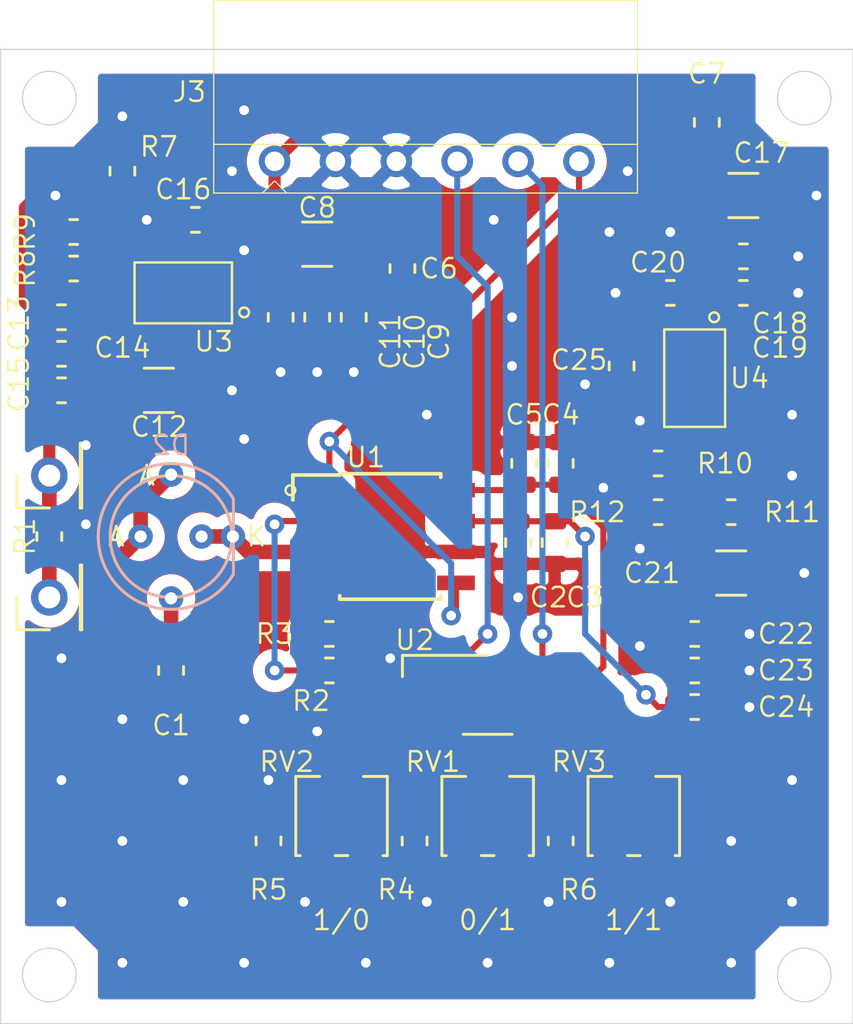
<source format=kicad_pcb>
(kicad_pcb (version 20171130) (host pcbnew "(5.1.4)-1")
  (layers (0 F.Cu signal) (31 B.Cu signal) (34 B.Paste user) (35 F.Paste user) (36 B.SilkS user) (37 F.SilkS user) (38 B.Mask user) (39 F.Mask user) (44 Edge.Cuts user))
  (net 0 "")
  (net 1 GND)
  (net 2 CI)
  (net 3 VIN)
  (net 4 V_LED)
  (net 5 5V)
  (net 6 LED_K)
  (net 7 SEL_0)
  (net 8 SEL_1)
  (net 9 EN)
  (net 10 "Net-(R2-Pad2)")
  (net 11 "Net-(R7-Pad2)")
  (net 12 "#1")
  (net 13 "#2")
  (net 14 "#3")
  (net 15 "Net-(D1-Pad2)")
  (net 16 "Net-(C1-Pad2)")
  (net 17 "Net-(R3-Pad2)")
  (net 18 "Net-(R4-Pad1)")
  (net 19 "Net-(R5-Pad1)")
  (net 20 "Net-(R6-Pad1)")
  (net 21 "Net-(R10-Pad2)")
  (net 22 "Net-(U3-Pad2)")
  (net 23 "Net-(U4-Pad2)")
  (net 24 "Net-(C16-Pad1)")
  (net 25 "Net-(C25-Pad1)")
  (net 26 "Net-(R8-Pad1)")
  (net 27 "Net-(R11-Pad1)")
  (module Capacitor_SMD:C_0603_1608Metric (layer F.Cu) (at 130.5 110)
    (fp_text reference C19 (at 1.5 2.25) (layer F.SilkS) (effects (font (size 0.8 0.8) (thickness 0.1))))
    (fp_text value C)
    (pad 2 smd roundrect (at 0.875 0) (size 0.67 0.95) (layers F.Cu F.Paste F.Mask) (net 1 GND))
    (pad 1 smd roundrect (at -0.875 0) (size 0.67 0.95) (layers F.Cu F.Paste F.Mask) (net 3 VIN))
  )
  (module Package_SOIC:SOIC-8-1EP_3.9x4.9mm_P1.27mm (layer F.Cu) (at 116 120)
    (fp_text reference U1 (at -1 -3.25) (layer F.SilkS) (effects (font (size 0.8 0.8) (thickness 0.1))))
    (fp_text value iC_HK_B)
    (pad 9 smd rect (at -0.5875 -0.5875) (size 1.175 1.175) (layers F.Cu F.Paste F.Mask) (net 1 GND))
    (pad 9 smd rect (at -0.5875 0.5875) (size 1.175 1.175) (layers F.Cu F.Paste F.Mask) (net 1 GND))
    (pad 9 smd rect (at 0.5875 -0.5875) (size 1.175 1.175) (layers F.Cu F.Paste F.Mask) (net 1 GND))
    (pad 9 smd rect (at 0.5875 0.5875) (size 1.175 1.175) (layers F.Cu F.Paste F.Mask) (net 1 GND))
    (pad 8 smd rect (at 2.7 -1.905) (size 1.55 0.6) (layers F.Cu F.Paste F.Mask) (net 2 CI))
    (pad 7 smd rect (at 2.7 -0.635) (size 1.55 0.6) (layers F.Cu F.Paste F.Mask) (net 5 5V))
    (pad 6 smd rect (at 2.7 0.635) (size 1.55 0.6) (layers F.Cu F.Paste F.Mask) (net 1 GND))
    (pad 5 smd rect (at 2.7 1.905) (size 1.55 0.6) (layers F.Cu F.Paste F.Mask) (net 9 EN))
    (pad 4 smd rect (at -2.7 1.905) (size 1.55 0.6) (layers F.Cu F.Paste F.Mask) (net 17 "Net-(R3-Pad2)"))
    (pad 3 smd rect (at -2.7 0.635) (size 1.55 0.6) (layers F.Cu F.Paste F.Mask) (net 6 LED_K))
    (pad 2 smd rect (at -2.7 -0.635) (size 1.55 0.6) (layers F.Cu F.Paste F.Mask) (net 10 "Net-(R2-Pad2)"))
    (pad 1 smd rect (at -2.7 -1.905) (size 1.55 0.6) (layers F.Cu F.Paste F.Mask) (net 9 EN))
  )
  (module Pin_Headers:Pin_Header_Straight_1x01_Pitch2.54mm (layer F.Cu) (at 102 117.5 90)
    (fp_text reference J1 hide)
    (fp_text value Conn_01x01)
    (pad 1 thru_hole circle (at 0 0 90) (size 1.5 1.5) (drill 0.9) (layers *.Cu *.Mask) (net 4 V_LED))
  )
  (module LED_THT:LED_D5.0mm (layer B.Cu) (at 107 120 180)
    (fp_text reference D1 hide)
    (fp_text value LED_PAD)
    (pad 3 thru_hole circle (at 0 -2.54 180) (size 1 1) (drill 0.5) (layers *.Cu *.Mask) (net 16 "Net-(C1-Pad2)"))
    (pad 2 thru_hole circle (at 0 2.54 180) (size 1 1) (drill 0.5) (layers *.Cu *.Mask) (net 15 "Net-(D1-Pad2)"))
    (pad 1 thru_hole circle (at -2.54 0 180) (size 1 1) (drill 0.5) (layers *.Cu *.Mask) (net 6 LED_K))
  )
  (module Resistor_SMD:R_0603_1608Metric (layer F.Cu) (at 123 132.5 90)
    (fp_text reference R6 (at -2 0.75 180) (layer F.SilkS) (effects (font (size 0.8 0.8) (thickness 0.1))))
    (fp_text value R)
    (pad 2 smd roundrect (at 0.7875 0 90) (size 0.875 0.95) (layers F.Cu F.Paste F.Mask) (net 5 5V))
    (pad 1 smd roundrect (at -0.7875 0 90) (size 0.875 0.95) (layers F.Cu F.Paste F.Mask) (net 20 "Net-(R6-Pad1)"))
  )
  (module Wiki:ST-32A (layer F.Cu) (at 120 131.500002 270)
    (fp_text reference RV1 (at -2.250002 2.25 180) (layer F.SilkS) (effects (font (size 0.8 0.8) (thickness 0.1))))
    (fp_text value R_POT_TRIM)
    (pad 3 smd rect (at 1.6 1 270) (size 1.2 1.2) (layers F.Cu F.Paste F.Mask) (net 18 "Net-(R4-Pad1)"))
    (pad 2 smd rect (at -1.65 0 270) (size 1.5 1.6) (layers F.Cu F.Paste F.Mask) (net 12 "#1"))
    (pad 1 smd rect (at 1.6 -1 270) (size 1.2 1.2) (layers F.Cu F.Paste F.Mask) (net 1 GND))
  )
  (module Package_SSOP:VSSOP-10_3.0x3.0mm_P0.5mm (layer F.Cu) (at 120 126.5)
    (fp_text reference U2 (at -3 -2.25 180) (layer F.SilkS) (effects (font (size 0.8 0.8) (thickness 0.1))))
    (fp_text value TMUX1204)
    (pad 1 smd rect (at -2.2 -1 270) (size 0.3 1.45) (layers F.Cu F.Paste F.Mask) (net 7 SEL_0))
    (pad 2 smd rect (at -2.2 -0.5 270) (size 0.3 1.45) (layers F.Cu F.Paste F.Mask) (net 1 GND))
    (pad 3 smd rect (at -2.2 0 270) (size 0.3 1.45) (layers F.Cu F.Paste F.Mask) (net 1 GND))
    (pad 4 smd rect (at -2.2 0.5 270) (size 0.3 1.45) (layers F.Cu F.Paste F.Mask) (net 13 "#2"))
    (pad 7 smd rect (at 2.2 0.5 270) (size 0.3 1.45) (layers F.Cu F.Paste F.Mask) (net 14 "#3"))
    (pad 8 smd rect (at 2.2 0 270) (size 0.3 1.45) (layers F.Cu F.Paste F.Mask) (net 2 CI))
    (pad 9 smd rect (at 2.2 -0.5 270) (size 0.3 1.45) (layers F.Cu F.Paste F.Mask) (net 12 "#1"))
    (pad 10 smd rect (at 2.2 -1 270) (size 0.3 1.45) (layers F.Cu F.Paste F.Mask) (net 8 SEL_1))
    (pad 5 smd rect (at -2.2 1 270) (size 0.3 1.45) (layers F.Cu F.Paste F.Mask) (net 5 5V))
    (pad 6 smd rect (at 2.2 1 270) (size 0.3 1.45) (layers F.Cu F.Paste F.Mask) (net 5 5V))
  )
  (module LED_THT:LED_D5.0mm (layer B.Cu) (at 107 120 180)
    (fp_text reference D2 (at 0 3.75 180) (layer B.SilkS) (effects (font (size 0.8 0.8) (thickness 0.1)) (justify mirror)))
    (fp_text value LED)
    (pad 1 thru_hole circle (at -1.25 0 180) (size 1 1) (drill 0.5) (layers *.Cu *.Mask) (net 6 LED_K))
    (pad 2 thru_hole circle (at 1.25 0 180) (size 1 1) (drill 0.5) (layers *.Cu *.Mask) (net 15 "Net-(D1-Pad2)"))
  )
  (module Capacitor_SMD:C_0603_1608Metric (layer F.Cu) (at 123 117 90)
    (fp_text reference C4 (at 2 0 180) (layer F.SilkS) (effects (font (size 0.8 0.8) (thickness 0.1))))
    (fp_text value C)
    (pad 2 smd roundrect (at 0.875 0 90) (size 0.67 0.95) (layers F.Cu F.Paste F.Mask) (net 1 GND))
    (pad 1 smd roundrect (at -0.875 0 90) (size 0.67 0.95) (layers F.Cu F.Paste F.Mask) (net 2 CI))
  )
  (module Capacitor_SMD:C_0603_1608Metric (layer F.Cu) (at 121.5 117 90)
    (fp_text reference C5 (at 2 0 180) (layer F.SilkS) (effects (font (size 0.8 0.8) (thickness 0.1))))
    (fp_text value C)
    (pad 2 smd roundrect (at 0.875 0 90) (size 0.67 0.95) (layers F.Cu F.Paste F.Mask) (net 1 GND))
    (pad 1 smd roundrect (at -0.875 0 90) (size 0.67 0.95) (layers F.Cu F.Paste F.Mask) (net 2 CI))
  )
  (module Pin_Headers:Pin_Header_Straight_1x01_Pitch2.54mm (layer F.Cu) (at 102 122.5 90)
    (fp_text reference J2 hide)
    (fp_text value Conn_01x01)
    (pad 1 thru_hole circle (at 0 0 90) (size 1.5 1.5) (drill 0.9) (layers *.Cu *.Mask) (net 15 "Net-(D1-Pad2)"))
  )
  (module Resistor_SMD:R_0603_1608Metric (layer F.Cu) (at 117 132.5 90)
    (fp_text reference R4 (at -2 -0.75 180) (layer F.SilkS) (effects (font (size 0.8 0.8) (thickness 0.1))))
    (fp_text value R)
    (pad 1 smd roundrect (at -0.7875 0 90) (size 0.875 0.95) (layers F.Cu F.Paste F.Mask) (net 18 "Net-(R4-Pad1)"))
    (pad 2 smd roundrect (at 0.7875 0 90) (size 0.875 0.95) (layers F.Cu F.Paste F.Mask) (net 5 5V))
  )
  (module Resistor_SMD:R_0603_1608Metric (layer F.Cu) (at 113.5 125.5 180)
    (fp_text reference R2 (at 0.75 -1.25) (layer F.SilkS) (effects (font (size 0.8 0.8) (thickness 0.1))))
    (fp_text value R)
    (pad 2 smd roundrect (at 0.7875 0 180) (size 0.875 0.95) (layers F.Cu F.Paste F.Mask) (net 10 "Net-(R2-Pad2)"))
    (pad 1 smd roundrect (at -0.7875 0 180) (size 0.875 0.95) (layers F.Cu F.Paste F.Mask) (net 1 GND))
  )
  (module Resistor_SMD:R_0603_1608Metric (layer F.Cu) (at 113.5 124 180)
    (fp_text reference R3 (at 2.25 0) (layer F.SilkS) (effects (font (size 0.8 0.8) (thickness 0.1))))
    (fp_text value R)
    (pad 1 smd roundrect (at -0.7875 0 180) (size 0.875 0.95) (layers F.Cu F.Paste F.Mask) (net 1 GND))
    (pad 2 smd roundrect (at 0.7875 0 180) (size 0.875 0.95) (layers F.Cu F.Paste F.Mask) (net 17 "Net-(R3-Pad2)"))
  )
  (module Resistor_SMD:R_0603_1608Metric (layer F.Cu) (at 111 132.5 90)
    (fp_text reference R5 (at -2 0 180) (layer F.SilkS) (effects (font (size 0.8 0.8) (thickness 0.1))))
    (fp_text value R)
    (pad 2 smd roundrect (at 0.7875 0 90) (size 0.875 0.95) (layers F.Cu F.Paste F.Mask) (net 5 5V))
    (pad 1 smd roundrect (at -0.7875 0 90) (size 0.875 0.95) (layers F.Cu F.Paste F.Mask) (net 19 "Net-(R5-Pad1)"))
  )
  (module Wiki:ST-32A (layer F.Cu) (at 114 131.500001 270)
    (fp_text reference RV2 (at -2.250001 2.25 180) (layer F.SilkS) (effects (font (size 0.8 0.8) (thickness 0.1))))
    (fp_text value R_POT_TRIM)
    (pad 1 smd rect (at 1.6 -1 270) (size 1.2 1.2) (layers F.Cu F.Paste F.Mask) (net 1 GND))
    (pad 2 smd rect (at -1.65 0 270) (size 1.5 1.6) (layers F.Cu F.Paste F.Mask) (net 13 "#2"))
    (pad 3 smd rect (at 1.6 1 270) (size 1.2 1.2) (layers F.Cu F.Paste F.Mask) (net 19 "Net-(R5-Pad1)"))
  )
  (module Wiki:ST-32A (layer F.Cu) (at 126 131.499999 270)
    (fp_text reference RV3 (at -2.249999 2.25 180) (layer F.SilkS) (effects (font (size 0.8 0.8) (thickness 0.1))))
    (fp_text value R_POT_TRIM)
    (pad 1 smd rect (at 1.6 -1 270) (size 1.2 1.2) (layers F.Cu F.Paste F.Mask) (net 1 GND))
    (pad 2 smd rect (at -1.65 0 270) (size 1.5 1.6) (layers F.Cu F.Paste F.Mask) (net 14 "#3"))
    (pad 3 smd rect (at 1.6 1 270) (size 1.2 1.2) (layers F.Cu F.Paste F.Mask) (net 20 "Net-(R6-Pad1)"))
  )
  (module Resistor_SMD:R_0603_1608Metric (layer F.Cu) (at 102 120 90)
    (fp_text reference R1 (at 0 -1 90) (layer F.SilkS) (effects (font (size 0.8 0.8) (thickness 0.1))))
    (fp_text value R)
    (pad 1 smd roundrect (at -0.7875 0 90) (size 0.875 0.95) (layers F.Cu F.Paste F.Mask) (net 15 "Net-(D1-Pad2)"))
    (pad 2 smd roundrect (at 0.7875 0 90) (size 0.875 0.95) (layers F.Cu F.Paste F.Mask) (net 4 V_LED))
  )
  (module Capacitor_SMD:C_0603_1608Metric (layer F.Cu) (at 121.25 120.25 270)
    (fp_text reference C2 (at 2.25 -1.25 180) (layer F.SilkS) (effects (font (size 0.8 0.8) (thickness 0.1))))
    (fp_text value C)
    (pad 1 smd roundrect (at -0.875 0 270) (size 0.67 0.95) (layers F.Cu F.Paste F.Mask) (net 5 5V))
    (pad 2 smd roundrect (at 0.875 0 270) (size 0.67 0.95) (layers F.Cu F.Paste F.Mask) (net 1 GND))
  )
  (module Capacitor_SMD:C_0603_1608Metric (layer F.Cu) (at 122.75 120.25 270)
    (fp_text reference C3 (at 2.25 -1.25 180) (layer F.SilkS) (effects (font (size 0.8 0.8) (thickness 0.1))))
    (fp_text value C)
    (pad 2 smd roundrect (at 0.875 0 270) (size 0.67 0.95) (layers F.Cu F.Paste F.Mask) (net 1 GND))
    (pad 1 smd roundrect (at -0.875 0 270) (size 0.67 0.95) (layers F.Cu F.Paste F.Mask) (net 5 5V))
  )
  (module Capacitor_SMD:C_0603_1608Metric (layer F.Cu) (at 107 125.5 90)
    (fp_text reference C1 (at -2.25 0 180) (layer F.SilkS) (effects (font (size 0.8 0.8) (thickness 0.1))))
    (fp_text value C)
    (pad 2 smd roundrect (at 0.875 0 90) (size 0.67 0.95) (layers F.Cu F.Paste F.Mask) (net 16 "Net-(C1-Pad2)"))
    (pad 1 smd roundrect (at -0.875 0 90) (size 0.67 0.95) (layers F.Cu F.Paste F.Mask) (net 1 GND))
  )
  (module Wiki:5268-06A (layer F.Cu) (at 111.25 104.6)
    (fp_text reference J3 (at -3.5 -2.85) (layer F.SilkS) (effects (font (size 0.8 0.8) (thickness 0.1))))
    (fp_text value Conn_01x06)
    (pad 6 thru_hole circle (at 12.5 0) (size 1.3 1.3) (drill 0.8) (layers *.Cu *.Mask) (net 9 EN))
    (pad 5 thru_hole circle (at 10 0) (size 1.3 1.3) (drill 0.8) (layers *.Cu *.Mask) (net 8 SEL_1))
    (pad 4 thru_hole circle (at 7.5 0) (size 1.3 1.3) (drill 0.8) (layers *.Cu *.Mask) (net 7 SEL_0))
    (pad 3 thru_hole circle (at 5 0) (size 1.3 1.3) (drill 0.8) (layers *.Cu *.Mask) (net 1 GND))
    (pad 2 thru_hole circle (at 2.5 0) (size 1.3 1.3) (drill 0.8) (layers *.Cu *.Mask) (net 1 GND))
    (pad 1 thru_hole circle (at 0 0) (size 1.3 1.3) (drill 0.8) (layers *.Cu *.Mask) (net 3 VIN))
  )
  (module Capacitor_SMD:C_1206_3216Metric (layer F.Cu) (at 113 108)
    (fp_text reference C8 (at 0 -1.5) (layer F.SilkS) (effects (font (size 0.8 0.8) (thickness 0.1))))
    (fp_text value 10u)
    (pad 1 smd roundrect (at -1.4 0) (size 1.25 1.75) (layers F.Cu F.Paste F.Mask) (roundrect_rratio 0.2) (net 3 VIN))
    (pad 2 smd roundrect (at 1.4 0) (size 1.25 1.75) (layers F.Cu F.Paste F.Mask) (roundrect_rratio 0.2) (net 1 GND))
  )
  (module Capacitor_SMD:C_0603_1608Metric (layer F.Cu) (at 114.5 111 270)
    (fp_text reference C9 (at 1 -3.5 90) (layer F.SilkS) (effects (font (size 0.8 0.8) (thickness 0.1))))
    (fp_text value 1u)
    (pad 1 smd roundrect (at -0.875 0 270) (size 0.67 0.95) (layers F.Cu F.Paste F.Mask) (net 3 VIN))
    (pad 2 smd roundrect (at 0.875 0 270) (size 0.67 0.95) (layers F.Cu F.Paste F.Mask) (net 1 GND))
  )
  (module Capacitor_SMD:C_0603_1608Metric (layer F.Cu) (at 113 111 270)
    (fp_text reference C10 (at 1 -4 90) (layer F.SilkS) (effects (font (size 0.8 0.8) (thickness 0.1))))
    (fp_text value C)
    (pad 1 smd roundrect (at -0.875 0 270) (size 0.67 0.95) (layers F.Cu F.Paste F.Mask) (net 3 VIN))
    (pad 2 smd roundrect (at 0.875 0 270) (size 0.67 0.95) (layers F.Cu F.Paste F.Mask) (net 1 GND))
  )
  (module Capacitor_SMD:C_0603_1608Metric (layer F.Cu) (at 111.5 111 270)
    (fp_text reference C11 (at 1 -4.5 90) (layer F.SilkS) (effects (font (size 0.8 0.8) (thickness 0.1))))
    (fp_text value C)
    (pad 2 smd roundrect (at 0.875 0 270) (size 0.67 0.95) (layers F.Cu F.Paste F.Mask) (net 1 GND))
    (pad 1 smd roundrect (at -0.875 0 270) (size 0.67 0.95) (layers F.Cu F.Paste F.Mask) (net 3 VIN))
  )
  (module Capacitor_SMD:C_1206_3216Metric (layer F.Cu) (at 106.5 114)
    (fp_text reference C12 (at 0 1.5) (layer F.SilkS) (effects (font (size 0.8 0.8) (thickness 0.1))))
    (fp_text value 10u)
    (pad 1 smd roundrect (at -1.4 0) (size 1.25 1.75) (layers F.Cu F.Paste F.Mask) (roundrect_rratio 0.2) (net 4 V_LED))
    (pad 2 smd roundrect (at 1.4 0) (size 1.25 1.75) (layers F.Cu F.Paste F.Mask) (roundrect_rratio 0.2) (net 1 GND))
  )
  (module Capacitor_SMD:C_0603_1608Metric (layer F.Cu) (at 102.5 111 180)
    (fp_text reference C13 (at 1.75 -0.25 90) (layer F.SilkS) (effects (font (size 0.8 0.8) (thickness 0.1))))
    (fp_text value 1u)
    (pad 1 smd roundrect (at -0.875 0 180) (size 0.67 0.95) (layers F.Cu F.Paste F.Mask) (net 4 V_LED))
    (pad 2 smd roundrect (at 0.875 0 180) (size 0.67 0.95) (layers F.Cu F.Paste F.Mask) (net 1 GND))
  )
  (module Capacitor_SMD:C_0603_1608Metric (layer F.Cu) (at 102.5 112.5 180)
    (fp_text reference C14 (at -2.5 0.25) (layer F.SilkS) (effects (font (size 0.8 0.8) (thickness 0.1))))
    (fp_text value C)
    (pad 2 smd roundrect (at 0.875 0 180) (size 0.67 0.95) (layers F.Cu F.Paste F.Mask) (net 1 GND))
    (pad 1 smd roundrect (at -0.875 0 180) (size 0.67 0.95) (layers F.Cu F.Paste F.Mask) (net 4 V_LED))
  )
  (module Capacitor_SMD:C_0603_1608Metric (layer F.Cu) (at 102.5 114 180)
    (fp_text reference C15 (at 1.75 0.25 270) (layer F.SilkS) (effects (font (size 0.8 0.8) (thickness 0.1))))
    (fp_text value C)
    (pad 2 smd roundrect (at 0.875 0 180) (size 0.67 0.95) (layers F.Cu F.Paste F.Mask) (net 1 GND))
    (pad 1 smd roundrect (at -0.875 0 180) (size 0.67 0.95) (layers F.Cu F.Paste F.Mask) (net 4 V_LED))
  )
  (module Capacitor_SMD:C_0603_1608Metric (layer F.Cu) (at 108 107 180)
    (fp_text reference C16 (at 0.5 1.25) (layer F.SilkS) (effects (font (size 0.8 0.8) (thickness 0.1))))
    (fp_text value C)
    (pad 1 smd roundrect (at -0.875 0 180) (size 0.67 0.95) (layers F.Cu F.Paste F.Mask) (net 24 "Net-(C16-Pad1)"))
    (pad 2 smd roundrect (at 0.875 0 180) (size 0.67 0.95) (layers F.Cu F.Paste F.Mask) (net 1 GND))
  )
  (module Capacitor_SMD:C_1206_3216Metric (layer F.Cu) (at 130.5 106)
    (fp_text reference C17 (at 0.75 -1.75) (layer F.SilkS) (effects (font (size 0.8 0.8) (thickness 0.1))))
    (fp_text value 10u)
    (pad 1 smd roundrect (at -1.4 0) (size 1.25 1.75) (layers F.Cu F.Paste F.Mask) (roundrect_rratio 0.2) (net 3 VIN))
    (pad 2 smd roundrect (at 1.4 0) (size 1.25 1.75) (layers F.Cu F.Paste F.Mask) (roundrect_rratio 0.2) (net 1 GND))
  )
  (module Capacitor_SMD:C_0603_1608Metric (layer F.Cu) (at 130.5 108.5)
    (fp_text reference C18 (at 1.5 2.75) (layer F.SilkS) (effects (font (size 0.8 0.8) (thickness 0.1))))
    (fp_text value 1u)
    (pad 2 smd roundrect (at 0.875 0) (size 0.67 0.95) (layers F.Cu F.Paste F.Mask) (net 1 GND))
    (pad 1 smd roundrect (at -0.875 0) (size 0.67 0.95) (layers F.Cu F.Paste F.Mask) (net 3 VIN))
  )
  (module Capacitor_SMD:C_0603_1608Metric (layer F.Cu) (at 127.5 110 180)
    (fp_text reference C20 (at 0.5 1.25) (layer F.SilkS) (effects (font (size 0.8 0.8) (thickness 0.1))))
    (fp_text value C)
    (pad 1 smd roundrect (at -0.875 0 180) (size 0.67 0.95) (layers F.Cu F.Paste F.Mask) (net 3 VIN))
    (pad 2 smd roundrect (at 0.875 0 180) (size 0.67 0.95) (layers F.Cu F.Paste F.Mask) (net 1 GND))
  )
  (module Capacitor_SMD:C_1206_3216Metric (layer F.Cu) (at 130 121.5)
    (fp_text reference C21 (at -3.25 0) (layer F.SilkS) (effects (font (size 0.8 0.8) (thickness 0.1))))
    (fp_text value 10u)
    (pad 2 smd roundrect (at 1.4 0) (size 1.25 1.75) (layers F.Cu F.Paste F.Mask) (roundrect_rratio 0.2) (net 1 GND))
    (pad 1 smd roundrect (at -1.4 0) (size 1.25 1.75) (layers F.Cu F.Paste F.Mask) (roundrect_rratio 0.2) (net 5 5V))
  )
  (module Capacitor_SMD:C_0603_1608Metric (layer F.Cu) (at 128.5 124)
    (fp_text reference C22 (at 3.75 0) (layer F.SilkS) (effects (font (size 0.8 0.8) (thickness 0.1))))
    (fp_text value 1u)
    (pad 2 smd roundrect (at 0.875 0) (size 0.67 0.95) (layers F.Cu F.Paste F.Mask) (net 1 GND))
    (pad 1 smd roundrect (at -0.875 0) (size 0.67 0.95) (layers F.Cu F.Paste F.Mask) (net 5 5V))
  )
  (module Capacitor_SMD:C_0603_1608Metric (layer F.Cu) (at 128.5 125.5)
    (fp_text reference C23 (at 3.75 0) (layer F.SilkS) (effects (font (size 0.8 0.8) (thickness 0.1))))
    (fp_text value C)
    (pad 1 smd roundrect (at -0.875 0) (size 0.67 0.95) (layers F.Cu F.Paste F.Mask) (net 5 5V))
    (pad 2 smd roundrect (at 0.875 0) (size 0.67 0.95) (layers F.Cu F.Paste F.Mask) (net 1 GND))
  )
  (module Capacitor_SMD:C_0603_1608Metric (layer F.Cu) (at 128.5 127)
    (fp_text reference C24 (at 3.75 0) (layer F.SilkS) (effects (font (size 0.8 0.8) (thickness 0.1))))
    (fp_text value C)
    (pad 1 smd roundrect (at -0.875 0) (size 0.67 0.95) (layers F.Cu F.Paste F.Mask) (net 5 5V))
    (pad 2 smd roundrect (at 0.875 0) (size 0.67 0.95) (layers F.Cu F.Paste F.Mask) (net 1 GND))
  )
  (module Capacitor_SMD:C_0603_1608Metric (layer F.Cu) (at 125.5 113 270)
    (fp_text reference C25 (at -0.25 1.75 180) (layer F.SilkS) (effects (font (size 0.8 0.8) (thickness 0.1))))
    (fp_text value C)
    (pad 2 smd roundrect (at 0.875 0 270) (size 0.67 0.95) (layers F.Cu F.Paste F.Mask) (net 1 GND))
    (pad 1 smd roundrect (at -0.875 0 270) (size 0.67 0.95) (layers F.Cu F.Paste F.Mask) (net 25 "Net-(C25-Pad1)"))
  )
  (module Resistor_SMD:R_0603_1608Metric (layer F.Cu) (at 105 105 270)
    (fp_text reference R7 (at -1 -1.5 180) (layer F.SilkS) (effects (font (size 0.8 0.8) (thickness 0.1))))
    (fp_text value R)
    (pad 1 smd roundrect (at -0.7875 0 270) (size 0.875 0.95) (layers F.Cu F.Paste F.Mask) (net 1 GND))
    (pad 2 smd roundrect (at 0.7875 0 270) (size 0.875 0.95) (layers F.Cu F.Paste F.Mask) (net 11 "Net-(R7-Pad2)"))
  )
  (module Resistor_SMD:R_0603_1608Metric (layer F.Cu) (at 103 109 180)
    (fp_text reference R8 (at 2 0 90) (layer F.SilkS) (effects (font (size 0.8 0.8) (thickness 0.1))))
    (fp_text value R)
    (pad 2 smd roundrect (at 0.7875 0 180) (size 0.875 0.95) (layers F.Cu F.Paste F.Mask) (net 4 V_LED))
    (pad 1 smd roundrect (at -0.7875 0 180) (size 0.875 0.95) (layers F.Cu F.Paste F.Mask) (net 26 "Net-(R8-Pad1)"))
  )
  (module Resistor_SMD:R_0603_1608Metric (layer F.Cu) (at 103 107.5)
    (fp_text reference R9 (at -2 0 90) (layer F.SilkS) (effects (font (size 0.8 0.8) (thickness 0.1))))
    (fp_text value R)
    (pad 1 smd roundrect (at -0.7875 0) (size 0.875 0.95) (layers F.Cu F.Paste F.Mask) (net 1 GND))
    (pad 2 smd roundrect (at 0.7875 0) (size 0.875 0.95) (layers F.Cu F.Paste F.Mask) (net 26 "Net-(R8-Pad1)"))
  )
  (module Resistor_SMD:R_0603_1608Metric (layer F.Cu) (at 127 117)
    (fp_text reference R10 (at 2.75 0) (layer F.SilkS) (effects (font (size 0.8 0.8) (thickness 0.1))))
    (fp_text value R)
    (pad 1 smd roundrect (at -0.7875 0) (size 0.875 0.95) (layers F.Cu F.Paste F.Mask) (net 1 GND))
    (pad 2 smd roundrect (at 0.7875 0) (size 0.875 0.95) (layers F.Cu F.Paste F.Mask) (net 21 "Net-(R10-Pad2)"))
  )
  (module Resistor_SMD:R_0603_1608Metric (layer F.Cu) (at 130 119)
    (fp_text reference R11 (at 2.5 0) (layer F.SilkS) (effects (font (size 0.8 0.8) (thickness 0.1))))
    (fp_text value R)
    (pad 2 smd roundrect (at 0.7875 0) (size 0.875 0.95) (layers F.Cu F.Paste F.Mask) (net 5 5V))
    (pad 1 smd roundrect (at -0.7875 0) (size 0.875 0.95) (layers F.Cu F.Paste F.Mask) (net 27 "Net-(R11-Pad1)"))
  )
  (module Resistor_SMD:R_0603_1608Metric (layer F.Cu) (at 127 119)
    (fp_text reference R12 (at -2.5 0) (layer F.SilkS) (effects (font (size 0.8 0.8) (thickness 0.1))))
    (fp_text value R)
    (pad 2 smd roundrect (at 0.7875 0) (size 0.875 0.95) (layers F.Cu F.Paste F.Mask) (net 27 "Net-(R11-Pad1)"))
    (pad 1 smd roundrect (at -0.7875 0) (size 0.875 0.95) (layers F.Cu F.Paste F.Mask) (net 1 GND))
  )
  (module "Wiki:TDFN-8(ON semi)" (layer F.Cu) (at 107.5 110 180)
    (fp_text reference U3 (at -1.25 -2) (layer F.SilkS) (effects (font (size 0.8 0.8) (thickness 0.1))))
    (fp_text value CAT6201)
    (pad 1 smd rect (at -1.36 -0.78 180) (size 0.68 0.3) (layers F.Cu F.Paste F.Mask) (net 3 VIN))
    (pad 2 smd rect (at -1.36 -0.28 180) (size 0.68 0.3) (layers F.Cu F.Paste F.Mask) (net 22 "Net-(U3-Pad2)"))
    (pad 3 smd rect (at -1.36 0.22 180) (size 0.68 0.3) (layers F.Cu F.Paste F.Mask) (net 3 VIN))
    (pad 4 smd rect (at -1.36 0.72 180) (size 0.68 0.3) (layers F.Cu F.Paste F.Mask) (net 24 "Net-(C16-Pad1)"))
    (pad 5 smd rect (at 1.36 0.72 180) (size 0.68 0.3) (layers F.Cu F.Paste F.Mask) (net 1 GND))
    (pad 6 smd rect (at 1.36 0.22 180) (size 0.68 0.3) (layers F.Cu F.Paste F.Mask) (net 11 "Net-(R7-Pad2)"))
    (pad 7 smd rect (at 1.36 -0.28 180) (size 0.68 0.3) (layers F.Cu F.Paste F.Mask) (net 26 "Net-(R8-Pad1)"))
    (pad 8 smd rect (at 1.36 -0.78 180) (size 0.68 0.3) (layers F.Cu F.Paste F.Mask) (net 4 V_LED))
    (pad 9 smd rect (at 0 0 180) (size 1.45 1.56) (layers F.Cu F.Paste F.Mask) (net 1 GND))
  )
  (module "Wiki:TDFN-8(ON semi)" (layer F.Cu) (at 128.5 113.5 270)
    (fp_text reference U4 (at 0 -2.25 180) (layer F.SilkS) (effects (font (size 0.8 0.8) (thickness 0.1))))
    (fp_text value CAT6201)
    (pad 9 smd rect (at 0 0 270) (size 1.45 1.56) (layers F.Cu F.Paste F.Mask) (net 1 GND))
    (pad 8 smd rect (at 1.36 -0.78 270) (size 0.68 0.3) (layers F.Cu F.Paste F.Mask) (net 5 5V))
    (pad 7 smd rect (at 1.36 -0.28 270) (size 0.68 0.3) (layers F.Cu F.Paste F.Mask) (net 27 "Net-(R11-Pad1)"))
    (pad 6 smd rect (at 1.36 0.22 270) (size 0.68 0.3) (layers F.Cu F.Paste F.Mask) (net 21 "Net-(R10-Pad2)"))
    (pad 5 smd rect (at 1.36 0.72 270) (size 0.68 0.3) (layers F.Cu F.Paste F.Mask) (net 1 GND))
    (pad 4 smd rect (at -1.36 0.72 270) (size 0.68 0.3) (layers F.Cu F.Paste F.Mask) (net 25 "Net-(C25-Pad1)"))
    (pad 3 smd rect (at -1.36 0.22 270) (size 0.68 0.3) (layers F.Cu F.Paste F.Mask) (net 3 VIN))
    (pad 2 smd rect (at -1.36 -0.28 270) (size 0.68 0.3) (layers F.Cu F.Paste F.Mask) (net 23 "Net-(U4-Pad2)"))
    (pad 1 smd rect (at -1.36 -0.78 270) (size 0.68 0.3) (layers F.Cu F.Paste F.Mask) (net 3 VIN))
  )
  (module Capacitor_SMD:C_0603_1608Metric (layer F.Cu) (at 116.5 109 270)
    (fp_text reference C6 (at 0 -1.5 180) (layer F.SilkS) (effects (font (size 0.8 0.8) (thickness 0.1))))
    (fp_text value C)
    (pad 2 smd roundrect (at 0.875 0 270) (size 0.67 0.95) (layers F.Cu F.Paste F.Mask) (net 3 VIN))
    (pad 1 smd roundrect (at -0.875 0 270) (size 0.67 0.95) (layers F.Cu F.Paste F.Mask) (net 1 GND))
  )
  (module Capacitor_SMD:C_0603_1608Metric (layer F.Cu) (at 129 103 270)
    (fp_text reference C7 (at -2 0 180) (layer F.SilkS) (effects (font (size 0.8 0.8) (thickness 0.1))))
    (fp_text value C)
    (pad 1 smd roundrect (at -0.875 0 270) (size 0.67 0.95) (layers F.Cu F.Paste F.Mask) (net 1 GND))
    (pad 2 smd roundrect (at 0.875 0 270) (size 0.67 0.95) (layers F.Cu F.Paste F.Mask) (net 3 VIN))
  )
  (gr_text 1/1 (at 126 135.75) (layer F.SilkS) (effects (font (size 0.8 0.8) (thickness 0.1))))
  (gr_text 0/1 (at 120 135.75) (layer F.SilkS) (effects (font (size 0.8 0.8) (thickness 0.1))))
  (gr_text 1/0 (at 114 135.75) (layer F.SilkS) (effects (font (size 0.8 0.8) (thickness 0.1))))
  (gr_text A (at 106 117.5) (layer F.SilkS) (effects (font (size 0.8 0.8) (thickness 0.1))))
  (gr_text A (at 104.75 120) (layer F.SilkS) (effects (font (size 0.8 0.8) (thickness 0.1))))
  (gr_text K (at 110.5 120) (layer F.SilkS) (effects (font (size 0.8 0.8) (thickness 0.1))))
  (gr_circle (center 102 138) (end 103.1 138) (layer Edge.Cuts) (width 0.05))
  (gr_circle (center 133 138) (end 134.1 138) (layer Edge.Cuts) (width 0.05))
  (gr_circle (center 133 102) (end 134.1 102) (layer Edge.Cuts) (width 0.05))
  (gr_circle (center 102 102) (end 103.1 102) (layer Edge.Cuts) (width 0.05))
  (gr_line (start 100 140) (end 100 100) (layer Edge.Cuts) (width 0.05))
  (gr_line (start 135 140) (end 100 140) (layer Edge.Cuts) (width 0.05))
  (gr_line (start 135 100) (end 135 140) (layer Edge.Cuts) (width 0.05))
  (gr_line (start 100 100) (end 135 100) (layer Edge.Cuts) (width 0.05))
  (segment (start 115.2875 126.5) (end 114.2875 125.5) (width 0.25) (layer F.Cu) (net 1))
  (segment (start 117.8 126.5) (end 115.2875 126.5) (width 0.25) (layer F.Cu) (net 1))
  (via (at 102.5 135) (size 0.8) (drill 0.4) (layers F.Cu B.Cu) (net 1))
  (via (at 105 132.5) (size 0.8) (drill 0.4) (layers F.Cu B.Cu) (net 1))
  (via (at 102.5 130) (size 0.8) (drill 0.4) (layers F.Cu B.Cu) (net 1))
  (via (at 105 127.5) (size 0.8) (drill 0.4) (layers F.Cu B.Cu) (net 1))
  (via (at 132.5 135) (size 0.8) (drill 0.4) (layers F.Cu B.Cu) (net 1))
  (via (at 130 137.5) (size 0.8) (drill 0.4) (layers F.Cu B.Cu) (net 1))
  (via (at 127.5 135) (size 0.8) (drill 0.4) (layers F.Cu B.Cu) (net 1))
  (via (at 125 137.5) (size 0.8) (drill 0.4) (layers F.Cu B.Cu) (net 1))
  (via (at 122.5 135) (size 0.8) (drill 0.4) (layers F.Cu B.Cu) (net 1))
  (via (at 120 137.5) (size 0.8) (drill 0.4) (layers F.Cu B.Cu) (net 1))
  (via (at 117.5 135) (size 0.8) (drill 0.4) (layers F.Cu B.Cu) (net 1))
  (via (at 115 137.5) (size 0.8) (drill 0.4) (layers F.Cu B.Cu) (net 1))
  (via (at 112.5 135) (size 0.8) (drill 0.4) (layers F.Cu B.Cu) (net 1))
  (via (at 110 137.5) (size 0.8) (drill 0.4) (layers F.Cu B.Cu) (net 1))
  (via (at 107.5 135) (size 0.8) (drill 0.4) (layers F.Cu B.Cu) (net 1))
  (via (at 105 137.5) (size 0.8) (drill 0.4) (layers F.Cu B.Cu) (net 1))
  (via (at 130 132.5) (size 0.8) (drill 0.4) (layers F.Cu B.Cu) (net 1))
  (via (at 102.5 125) (size 0.8) (drill 0.4) (layers F.Cu B.Cu) (net 1))
  (via (at 107.5 130) (size 0.8) (drill 0.4) (layers F.Cu B.Cu) (net 1))
  (via (at 110 127.5) (size 0.8) (drill 0.4) (layers F.Cu B.Cu) (net 1))
  (via (at 113 128) (size 0.8) (drill 0.4) (layers F.Cu B.Cu) (net 1))
  (via (at 111 130) (size 0.8) (drill 0.4) (layers F.Cu B.Cu) (net 1))
  (via (at 110 116) (size 0.8) (drill 0.4) (layers F.Cu B.Cu) (net 1))
  (via (at 116 125) (size 0.8) (drill 0.4) (layers F.Cu B.Cu) (net 1))
  (via (at 103.5 116.25) (size 0.8) (drill 0.4) (layers F.Cu B.Cu) (net 1))
  (via (at 103.5 119.5) (size 0.8) (drill 0.4) (layers F.Cu B.Cu) (net 1))
  (segment (start 116 125.565685) (end 116 125) (width 0.25) (layer F.Cu) (net 1))
  (segment (start 117.8 126) (end 116.434315 126) (width 0.25) (layer F.Cu) (net 1))
  (segment (start 116.434315 126) (end 116 125.565685) (width 0.25) (layer F.Cu) (net 1))
  (via (at 121.25 122.5) (size 0.8) (drill 0.4) (layers F.Cu B.Cu) (net 1))
  (via (at 109.5 105) (size 0.8) (drill 0.4) (layers F.Cu B.Cu) (net 1))
  (via (at 117.5 115) (size 0.8) (drill 0.4) (layers F.Cu B.Cu) (net 1))
  (via (at 121 113) (size 0.8) (drill 0.4) (layers F.Cu B.Cu) (net 1))
  (via (at 120.25 107) (size 0.8) (drill 0.4) (layers F.Cu B.Cu) (net 1))
  (via (at 125.75 105) (size 0.8) (drill 0.4) (layers F.Cu B.Cu) (net 1))
  (via (at 121 111) (size 0.8) (drill 0.4) (layers F.Cu B.Cu) (net 1))
  (segment (start 106.25 107) (end 107.125 107) (width 0.25) (layer F.Cu) (net 1))
  (segment (start 106.14 109.28) (end 106.14 107.11) (width 0.25) (layer F.Cu) (net 1))
  (segment (start 106.14 107.11) (end 106.25 107) (width 0.25) (layer F.Cu) (net 1))
  (segment (start 125.5 114.75) (end 125.5 113.875) (width 0.25) (layer F.Cu) (net 1))
  (segment (start 127.78 114.86) (end 125.61 114.86) (width 0.25) (layer F.Cu) (net 1))
  (segment (start 125.61 114.86) (end 125.5 114.75) (width 0.25) (layer F.Cu) (net 1))
  (via (at 110 108.25) (size 0.8) (drill 0.4) (layers F.Cu B.Cu) (net 1))
  (via (at 126.25 124.5) (size 0.8) (drill 0.4) (layers F.Cu B.Cu) (net 1))
  (via (at 126.25 120.5) (size 0.8) (drill 0.4) (layers F.Cu B.Cu) (net 1))
  (via (at 126.25 115.25) (size 0.8) (drill 0.4) (layers F.Cu B.Cu) (net 1))
  (via (at 124.75 118) (size 0.8) (drill 0.4) (layers F.Cu B.Cu) (net 1))
  (via (at 124 113.75) (size 0.8) (drill 0.4) (layers F.Cu B.Cu) (net 1))
  (via (at 125.25 110) (size 0.8) (drill 0.4) (layers F.Cu B.Cu) (net 1))
  (via (at 132.75 110) (size 0.8) (drill 0.4) (layers F.Cu B.Cu) (net 1))
  (via (at 132.75 108.5) (size 0.8) (drill 0.4) (layers F.Cu B.Cu) (net 1))
  (via (at 133.5 106) (size 0.8) (drill 0.4) (layers F.Cu B.Cu) (net 1))
  (via (at 133 121.5) (size 0.8) (drill 0.4) (layers F.Cu B.Cu) (net 1))
  (via (at 130.75 124) (size 0.8) (drill 0.4) (layers F.Cu B.Cu) (net 1))
  (via (at 130.75 125.5) (size 0.8) (drill 0.4) (layers F.Cu B.Cu) (net 1))
  (via (at 130.75 127) (size 0.8) (drill 0.4) (layers F.Cu B.Cu) (net 1))
  (via (at 109.5 114) (size 0.8) (drill 0.4) (layers F.Cu B.Cu) (net 1))
  (via (at 111.5 113.25) (size 0.8) (drill 0.4) (layers F.Cu B.Cu) (net 1))
  (via (at 113 113.25) (size 0.8) (drill 0.4) (layers F.Cu B.Cu) (net 1))
  (via (at 114.5 113.25) (size 0.8) (drill 0.4) (layers F.Cu B.Cu) (net 1))
  (via (at 106 107) (size 0.8) (drill 0.4) (layers F.Cu B.Cu) (net 1))
  (via (at 105 102.75) (size 0.8) (drill 0.4) (layers F.Cu B.Cu) (net 1))
  (via (at 102.25 106) (size 0.8) (drill 0.4) (layers F.Cu B.Cu) (net 1))
  (via (at 125 107.5) (size 0.8) (drill 0.4) (layers F.Cu B.Cu) (net 1))
  (via (at 127.5 107.5) (size 0.8) (drill 0.4) (layers F.Cu B.Cu) (net 1))
  (via (at 132.5 115) (size 0.8) (drill 0.4) (layers F.Cu B.Cu) (net 1))
  (via (at 132.5 117.5) (size 0.8) (drill 0.4) (layers F.Cu B.Cu) (net 1))
  (via (at 132.5 130) (size 0.8) (drill 0.4) (layers F.Cu B.Cu) (net 1))
  (via (at 110 102.5) (size 0.8) (drill 0.4) (layers F.Cu B.Cu) (net 1))
  (segment (start 101.5 106) (end 102.25 106) (width 0.5) (layer F.Cu) (net 1))
  (segment (start 101 106.5) (end 101.5 106) (width 0.5) (layer F.Cu) (net 1))
  (segment (start 101.625 111) (end 101 110.375) (width 0.5) (layer F.Cu) (net 1))
  (segment (start 101 110.375) (end 101 106.5) (width 0.5) (layer F.Cu) (net 1))
  (segment (start 123 117.875) (end 121.5 117.875) (width 0.25) (layer F.Cu) (net 2))
  (segment (start 121.28 118.095) (end 121.5 117.875) (width 0.25) (layer F.Cu) (net 2))
  (segment (start 118.7 118.095) (end 121.28 118.095) (width 0.25) (layer F.Cu) (net 2))
  (segment (start 123.5875 126.5) (end 124.75 125.3375) (width 0.25) (layer F.Cu) (net 2))
  (segment (start 122.2 126.5) (end 123.5875 126.5) (width 0.25) (layer F.Cu) (net 2))
  (segment (start 124.75 125.3375) (end 124.75 119.625) (width 0.25) (layer F.Cu) (net 2))
  (segment (start 124.75 119.625) (end 123 117.875) (width 0.25) (layer F.Cu) (net 2))
  (segment (start 111.25 107.65) (end 111.6 108) (width 0.5) (layer F.Cu) (net 3))
  (segment (start 111.25 104.6) (end 111.25 107.65) (width 0.5) (layer F.Cu) (net 3))
  (segment (start 128.125 103) (end 129 103.875) (width 0.5) (layer F.Cu) (net 3))
  (segment (start 111.25 104.6) (end 112.85 103) (width 0.5) (layer F.Cu) (net 3))
  (segment (start 112.85 103) (end 128.125 103) (width 0.5) (layer F.Cu) (net 3))
  (segment (start 111.6 110.025) (end 111.5 110.125) (width 0.5) (layer F.Cu) (net 3))
  (segment (start 111.6 108) (end 111.6 110.025) (width 0.5) (layer F.Cu) (net 3))
  (segment (start 111.5 110.125) (end 113 110.125) (width 0.5) (layer F.Cu) (net 3))
  (segment (start 113 110.125) (end 114.5 110.125) (width 0.5) (layer F.Cu) (net 3))
  (segment (start 114.75 109.875) (end 114.5 110.125) (width 0.5) (layer F.Cu) (net 3))
  (segment (start 116.5 109.875) (end 114.75 109.875) (width 0.5) (layer F.Cu) (net 3))
  (segment (start 129 105.9) (end 129.1 106) (width 0.5) (layer F.Cu) (net 3))
  (segment (start 129 103.875) (end 129 105.9) (width 0.5) (layer F.Cu) (net 3))
  (segment (start 129.625 106.525) (end 129.1 106) (width 0.5) (layer F.Cu) (net 3))
  (segment (start 129.625 108.5) (end 129.625 106.525) (width 0.5) (layer F.Cu) (net 3))
  (segment (start 129.625 110) (end 129.625 108.5) (width 0.5) (layer F.Cu) (net 3))
  (segment (start 128.375 110) (end 129.625 110) (width 0.5) (layer F.Cu) (net 3))
  (segment (start 111.155 109.78) (end 111.5 110.125) (width 0.25) (layer F.Cu) (net 3))
  (segment (start 108.86 109.78) (end 111.155 109.78) (width 0.25) (layer F.Cu) (net 3))
  (segment (start 110.845 110.78) (end 111.5 110.125) (width 0.25) (layer F.Cu) (net 3))
  (segment (start 108.86 110.78) (end 110.845 110.78) (width 0.25) (layer F.Cu) (net 3))
  (segment (start 128.28 110.095) (end 128.375 110) (width 0.25) (layer F.Cu) (net 3))
  (segment (start 128.28 112.14) (end 128.28 110.095) (width 0.25) (layer F.Cu) (net 3))
  (segment (start 129.28 110.345) (end 129.625 110) (width 0.25) (layer F.Cu) (net 3))
  (segment (start 129.28 112.14) (end 129.28 110.345) (width 0.25) (layer F.Cu) (net 3))
  (segment (start 102 117.5) (end 102 119.2125) (width 0.6) (layer F.Cu) (net 4))
  (segment (start 102 115.375) (end 103.375 114) (width 0.5) (layer F.Cu) (net 4))
  (segment (start 102 117.5) (end 102 115.375) (width 0.5) (layer F.Cu) (net 4))
  (segment (start 105.1 114) (end 103.375 114) (width 0.5) (layer F.Cu) (net 4))
  (segment (start 103.375 114) (end 103.375 112.5) (width 0.5) (layer F.Cu) (net 4))
  (segment (start 103.375 112.5) (end 103.375 111) (width 0.5) (layer F.Cu) (net 4))
  (segment (start 103.595 110.78) (end 103.375 111) (width 0.25) (layer F.Cu) (net 4))
  (segment (start 106.14 110.78) (end 103.595 110.78) (width 0.25) (layer F.Cu) (net 4))
  (segment (start 106.14 112.96) (end 105.1 114) (width 0.25) (layer F.Cu) (net 4))
  (segment (start 106.14 110.78) (end 106.14 112.96) (width 0.25) (layer F.Cu) (net 4))
  (segment (start 102.2125 109) (end 102.2125 109.8375) (width 0.5) (layer F.Cu) (net 4))
  (segment (start 102.2125 109.8375) (end 103.375 111) (width 0.5) (layer F.Cu) (net 4))
  (segment (start 111 131.7125) (end 117 131.7125) (width 0.25) (layer F.Cu) (net 5))
  (segment (start 117 131.7125) (end 123 131.7125) (width 0.25) (layer F.Cu) (net 5))
  (segment (start 122.2 130.9125) (end 123 131.7125) (width 0.25) (layer F.Cu) (net 5))
  (segment (start 122.2 127.5) (end 122.2 130.9125) (width 0.25) (layer F.Cu) (net 5))
  (segment (start 117.8 130.9125) (end 117 131.7125) (width 0.25) (layer F.Cu) (net 5))
  (segment (start 117.8 127.5) (end 117.8 130.9125) (width 0.25) (layer F.Cu) (net 5))
  (segment (start 122.75 119.375) (end 121.25 119.375) (width 0.25) (layer F.Cu) (net 5))
  (segment (start 118.71 119.375) (end 118.7 119.365) (width 0.25) (layer F.Cu) (net 5))
  (segment (start 121.25 119.375) (end 118.71 119.375) (width 0.25) (layer F.Cu) (net 5))
  (via (at 124 120) (size 0.8) (drill 0.4) (layers F.Cu B.Cu) (net 5))
  (segment (start 122.75 119.375) (end 123.375 119.375) (width 0.25) (layer F.Cu) (net 5))
  (segment (start 123.375 119.375) (end 124 120) (width 0.25) (layer F.Cu) (net 5))
  (segment (start 124 120) (end 124 123.5) (width 0.25) (layer B.Cu) (net 5))
  (via (at 126.5 126.5) (size 0.8) (drill 0.4) (layers F.Cu B.Cu) (net 5))
  (segment (start 127.625 127) (end 127 127) (width 0.25) (layer F.Cu) (net 5))
  (segment (start 127 127) (end 126.5 126.5) (width 0.25) (layer F.Cu) (net 5))
  (segment (start 124 124) (end 124 123.5) (width 0.25) (layer B.Cu) (net 5))
  (segment (start 126.5 126.5) (end 124 124) (width 0.25) (layer B.Cu) (net 5))
  (segment (start 123.575 131.7125) (end 123 131.7125) (width 0.25) (layer F.Cu) (net 5))
  (segment (start 126.602497 131.7125) (end 123.575 131.7125) (width 0.25) (layer F.Cu) (net 5))
  (segment (start 127.625 130.689997) (end 126.602497 131.7125) (width 0.25) (layer F.Cu) (net 5))
  (segment (start 127.625 127) (end 127.625 130.689997) (width 0.25) (layer F.Cu) (net 5))
  (segment (start 130.7875 119.3125) (end 128.6 121.5) (width 0.5) (layer F.Cu) (net 5))
  (segment (start 130.7875 119) (end 130.7875 119.3125) (width 0.5) (layer F.Cu) (net 5))
  (segment (start 127.625 127) (end 127.625 125.5) (width 0.5) (layer F.Cu) (net 5))
  (segment (start 127.625 125.5) (end 127.625 124) (width 0.5) (layer F.Cu) (net 5))
  (segment (start 127.625 122.475) (end 128.6 121.5) (width 0.5) (layer F.Cu) (net 5))
  (segment (start 127.625 124) (end 127.625 122.475) (width 0.5) (layer F.Cu) (net 5))
  (segment (start 129.28 117.4925) (end 130.7875 119) (width 0.25) (layer F.Cu) (net 5))
  (segment (start 129.28 114.86) (end 129.28 117.4925) (width 0.25) (layer F.Cu) (net 5))
  (segment (start 108.5 120) (end 108.25 120) (width 0.25) (layer F.Cu) (net 6))
  (segment (start 108.25 120) (end 109.54 120) (width 0.6) (layer F.Cu) (net 6))
  (segment (start 110.175 120.635) (end 109.54 120) (width 0.6) (layer F.Cu) (net 6))
  (segment (start 113.3 120.635) (end 110.175 120.635) (width 0.6) (layer F.Cu) (net 6))
  (via (at 120 124) (size 0.8) (drill 0.4) (layers F.Cu B.Cu) (net 7))
  (segment (start 117.8 125.5) (end 118.5 125.5) (width 0.25) (layer F.Cu) (net 7))
  (segment (start 118.5 125.5) (end 120 124) (width 0.25) (layer F.Cu) (net 7))
  (segment (start 118.75 108.5) (end 118.75 104.6) (width 0.25) (layer B.Cu) (net 7))
  (segment (start 120 124) (end 120 109.75) (width 0.25) (layer B.Cu) (net 7))
  (segment (start 120 109.75) (end 118.75 108.5) (width 0.25) (layer B.Cu) (net 7))
  (via (at 122.25 124) (size 0.8) (drill 0.4) (layers F.Cu B.Cu) (net 8))
  (segment (start 122.25 125.45) (end 122.2 125.5) (width 0.25) (layer F.Cu) (net 8))
  (segment (start 122.25 124) (end 122.25 125.45) (width 0.25) (layer F.Cu) (net 8))
  (segment (start 122.25 105.6) (end 121.25 104.6) (width 0.25) (layer B.Cu) (net 8))
  (segment (start 122.25 124) (end 122.25 105.6) (width 0.25) (layer B.Cu) (net 8))
  (segment (start 113.5 117.895) (end 113.3 118.095) (width 0.25) (layer F.Cu) (net 9))
  (segment (start 113.5 116.75) (end 113.5 117.895) (width 0.25) (layer F.Cu) (net 9))
  (segment (start 113.5 116.75) (end 113.5 116.1) (width 0.25) (layer F.Cu) (net 9))
  (via (at 118.5 123.25) (size 0.8) (drill 0.4) (layers F.Cu B.Cu) (net 9))
  (segment (start 118.7 121.905) (end 118.7 123.05) (width 0.25) (layer F.Cu) (net 9))
  (segment (start 118.7 123.05) (end 118.5 123.25) (width 0.25) (layer F.Cu) (net 9))
  (via (at 113.5 116.1) (size 0.8) (drill 0.4) (layers F.Cu B.Cu) (net 9))
  (segment (start 118.5 123.25) (end 118.5 121.1) (width 0.25) (layer B.Cu) (net 9))
  (segment (start 118.5 121.1) (end 113.5 116.1) (width 0.25) (layer B.Cu) (net 9))
  (segment (start 123.75 105.85) (end 123.75 104.6) (width 0.25) (layer F.Cu) (net 9))
  (segment (start 113.5 116.1) (end 123.75 105.85) (width 0.25) (layer F.Cu) (net 9))
  (via (at 111.25 119.5) (size 0.8) (drill 0.4) (layers F.Cu B.Cu) (net 10))
  (segment (start 113.3 119.365) (end 111.385 119.365) (width 0.25) (layer F.Cu) (net 10))
  (segment (start 111.385 119.365) (end 111.25 119.5) (width 0.25) (layer F.Cu) (net 10))
  (via (at 111.25 125.5) (size 0.8) (drill 0.4) (layers F.Cu B.Cu) (net 10))
  (segment (start 111.25 119.5) (end 111.25 125.5) (width 0.25) (layer B.Cu) (net 10))
  (segment (start 111.25 125.5) (end 112.7125 125.5) (width 0.25) (layer F.Cu) (net 10))
  (segment (start 105 106.325) (end 105 105.7875) (width 0.25) (layer F.Cu) (net 11))
  (segment (start 105 109.23) (end 105 106.325) (width 0.25) (layer F.Cu) (net 11))
  (segment (start 105.55 109.78) (end 105 109.23) (width 0.25) (layer F.Cu) (net 11))
  (segment (start 106.14 109.78) (end 105.55 109.78) (width 0.25) (layer F.Cu) (net 11))
  (segment (start 120.8625 126) (end 122.2 126) (width 0.25) (layer F.Cu) (net 12))
  (segment (start 120 129.85) (end 120 126.8625) (width 0.25) (layer F.Cu) (net 12))
  (segment (start 120 126.8625) (end 120.8625 126) (width 0.25) (layer F.Cu) (net 12))
  (segment (start 114 128) (end 114 129.850001) (width 0.25) (layer F.Cu) (net 13))
  (segment (start 117.8 127) (end 115 127) (width 0.25) (layer F.Cu) (net 13))
  (segment (start 115 127) (end 114 128) (width 0.25) (layer F.Cu) (net 13))
  (segment (start 126 128) (end 126 129.849999) (width 0.25) (layer F.Cu) (net 14))
  (segment (start 122.2 127) (end 125 127) (width 0.25) (layer F.Cu) (net 14))
  (segment (start 125 127) (end 126 128) (width 0.25) (layer F.Cu) (net 14))
  (segment (start 104.9625 120.7875) (end 105.75 120) (width 0.6) (layer F.Cu) (net 15))
  (segment (start 102 120.7875) (end 104.9625 120.7875) (width 0.6) (layer F.Cu) (net 15))
  (segment (start 105.75 118.71) (end 107 117.46) (width 0.6) (layer F.Cu) (net 15))
  (segment (start 105.75 120) (end 105.75 118.71) (width 0.6) (layer F.Cu) (net 15))
  (segment (start 102 120.7875) (end 102 122.5) (width 0.6) (layer F.Cu) (net 15))
  (segment (start 107 122.54) (end 107 124.625) (width 0.6) (layer F.Cu) (net 16))
  (segment (start 112.7125 122.4925) (end 113.3 121.905) (width 0.25) (layer F.Cu) (net 17))
  (segment (start 112.7125 124) (end 112.7125 122.4925) (width 0.25) (layer F.Cu) (net 17))
  (segment (start 118.812502 133.2875) (end 119 133.100002) (width 0.25) (layer F.Cu) (net 18))
  (segment (start 117 133.2875) (end 118.812502 133.2875) (width 0.25) (layer F.Cu) (net 18))
  (segment (start 112.812501 133.2875) (end 113 133.100001) (width 0.25) (layer F.Cu) (net 19))
  (segment (start 111 133.2875) (end 112.812501 133.2875) (width 0.25) (layer F.Cu) (net 19))
  (segment (start 124.812499 133.2875) (end 125 133.099999) (width 0.25) (layer F.Cu) (net 20))
  (segment (start 123 133.2875) (end 124.812499 133.2875) (width 0.25) (layer F.Cu) (net 20))
  (segment (start 128.28 116.5075) (end 127.7875 117) (width 0.25) (layer F.Cu) (net 21))
  (segment (start 128.28 114.86) (end 128.28 116.5075) (width 0.25) (layer F.Cu) (net 21))
  (segment (start 108.86 107.015) (end 108.875 107) (width 0.25) (layer F.Cu) (net 24))
  (segment (start 108.86 109.28) (end 108.86 107.015) (width 0.25) (layer F.Cu) (net 24))
  (segment (start 125.515 112.14) (end 125.5 112.125) (width 0.25) (layer F.Cu) (net 25))
  (segment (start 127.78 112.14) (end 125.515 112.14) (width 0.25) (layer F.Cu) (net 25))
  (segment (start 105.0675 110.28) (end 103.7875 109) (width 0.25) (layer F.Cu) (net 26))
  (segment (start 106.14 110.28) (end 105.0675 110.28) (width 0.25) (layer F.Cu) (net 26))
  (segment (start 103.7875 107.5) (end 103.7875 109) (width 0.25) (layer F.Cu) (net 26))
  (segment (start 128.78 118.5675) (end 129.2125 119) (width 0.25) (layer F.Cu) (net 27))
  (segment (start 128.78 114.86) (end 128.78 118.5675) (width 0.25) (layer F.Cu) (net 27))
  (segment (start 129.2125 119) (end 127.7875 119) (width 0.25) (layer F.Cu) (net 27))
  (zone (net 1) (net_name GND) (layer B.Cu) (connect_pads (clearance 0.508)) (min_thickness 0.254) (fill yes (arc_segments 32) (thermal_gap 0.508) (thermal_bridge_width 0.508))
    (polygon (pts (xy 132 104) (xy 134 104) (xy 134 136) (xy 132 136) (xy 131 137) (xy 131 139) (xy 104 139) (xy 104 137) (xy 103 136) (xy 101 136) (xy 101 104) (xy 103 104) (xy 104 103) (xy 104 101) (xy 131 101) (xy 131 103)))
    (polygon (pts (xy 122.75 124.5) (xy 122.75 124.75) (xy 124 124.75) (xy 124 124.5)))
    (polygon (pts (xy 122.75 122.75) (xy 122.75 123) (xy 123.5 123) (xy 123.5 122.75)))
    (polygon (pts (xy 118.75 120.5) (xy 118.75 120.75) (xy 119.5 120.75) (xy 119.5 120.5)))
    (polygon (pts (xy 110 120.5) (xy 110 120.75) (xy 110.75 120.75) (xy 110.75 120.5)))
    (polygon (pts (xy 122.75 119.25) (xy 122.75 119.5) (xy 123.5 119.5) (xy 123.5 119.25)))
    (polygon (pts (xy 112.25 104) (xy 112.25 105.25) (xy 112.75 105.25) (xy 112.75 104)))
    (polygon (pts (xy 114.75 104) (xy 114.75 105.25) (xy 115.25 105.25) (xy 115.25 104)))
    (polygon (pts (xy 117.25 104) (xy 117.25 105.25) (xy 117.75 105.25) (xy 117.75 104)))
    (polygon (pts (xy 119.75 104) (xy 119.75 105.25) (xy 120.25 105.25) (xy 120.25 104)))
    (polygon (pts (xy 122.25 104) (xy 122.25 104.25) (xy 122.75 104.25) (xy 122.75 104)))
  )
  (zone (net 4) (net_name V_LED) (layer F.Cu) (connect_pads yes (clearance 0.49)) (min_thickness 0.254) (fill yes (arc_segments 32) (thermal_gap 0.508) (thermal_bridge_width 0.508))
    (polygon (pts (xy 103.6 113.8) (xy 105.2 113.8) (xy 106.1 112.9) (xy 106.1 110.9) (xy 103.6 110.9)))
  )
  (zone (net 1) (net_name GND) (layer F.Cu) (connect_pads (clearance 0.49)) (min_thickness 0.254) (fill yes (arc_segments 32) (thermal_gap 0.508) (thermal_bridge_width 0.508))
    (polygon (pts (xy 132 104) (xy 134 104) (xy 134 136) (xy 132 136) (xy 131 137) (xy 131 139) (xy 104 139) (xy 104 137) (xy 103 136) (xy 101 136) (xy 101 115) (xy 101.75 115) (xy 101.75 114.75) (xy 101 114.75) (xy 101 104) (xy 103 104) (xy 104 103) (xy 104 101) (xy 131 101) (xy 131 103)))
    (polygon (pts (xy 127.5 131.25) (xy 127.5 132.25) (xy 127.75 132.25) (xy 127.75 131.25)))
    (polygon (pts (xy 128.2 127.9) (xy 128.2 127.95) (xy 128.9 127.95) (xy 128.9 127.9)))
    (polygon (pts (xy 125.2 125.7) (xy 125.2 125.75) (xy 126.15 125.75) (xy 126.15 125.7)))
    (polygon (pts (xy 117.75 123.75) (xy 117.75 125) (xy 118 125) (xy 118 123.75)))
    (polygon (pts (xy 122.75 123.25) (xy 122.75 123.5) (xy 124.25 123.5) (xy 124.25 123.25)))
    (polygon (pts (xy 120.5 123.25) (xy 120.5 123.5) (xy 121.75 123.5) (xy 121.75 123.25)))
    (polygon (pts (xy 119.85 122.45) (xy 119.85 123.15) (xy 119.9 123.15) (xy 119.9 122.45)))
    (polygon (pts (xy 129.65 122.25) (xy 129.65 123.05) (xy 129.7 123.05) (xy 129.7 122.25)))
    (polygon (pts (xy 113.75 122.5) (xy 113.75 123) (xy 114 123) (xy 114 122.5)))
    (polygon (pts (xy 127.55 119.95) (xy 127.55 120.6) (xy 127.6 120.6) (xy 127.6 119.95)))
    (polygon (pts (xy 119.75 120) (xy 119.75 120.25) (xy 120.75 120.25) (xy 120.75 120)))
    (polygon (pts (xy 131.65 119.4) (xy 131.65 120.15) (xy 131.7 120.15) (xy 131.7 119.4)))
    (polygon (pts (xy 124.6 118.65) (xy 124.6 118.7) (xy 125.3 118.7) (xy 125.3 118.65)))
    (polygon (pts (xy 102.8 110.3) (xy 102.8 114.6) (xy 105.1 114.6) (xy 106.6 113.1) (xy 106.6 110.3)))
    (polygon (pts (xy 106.25 113.65) (xy 106.25 113.7) (xy 106.85 113.7) (xy 106.85 113.65)))
    (polygon (pts (xy 126.3 113.1) (xy 126.3 113.15) (xy 127.25 113.15) (xy 127.25 113.1)))
    (polygon (pts (xy 107.1 111.25) (xy 107.1 112.65) (xy 107.15 112.65) (xy 107.15 111.25)))
    (polygon (pts (xy 126.95 110.95) (xy 126.95 111.55) (xy 127 111.55) (xy 127 110.95)))
    (polygon (pts (xy 115.4 110.6) (xy 115.4 111.5) (xy 115.45 111.5) (xy 115.45 110.6)))
    (polygon (pts (xy 107.8 107.8) (xy 107.8 108.8) (xy 107.9 108.8) (xy 107.9 107.8)))
    (polygon (pts (xy 112.7 108.35) (xy 112.7 108.4) (xy 113.3 108.4) (xy 113.3 108.35)))
    (polygon (pts (xy 132.15 107.3) (xy 132.15 107.9) (xy 132.2 107.9) (xy 132.2 107.3)))
    (polygon (pts (xy 130.35 106.35) (xy 130.35 106.4) (xy 130.8 106.4) (xy 130.8 106.35)))
    (polygon (pts (xy 112.25 105) (xy 112.25 105.25) (xy 112.75 105.25) (xy 112.75 105)))
    (polygon (pts (xy 114.75 105) (xy 114.75 105.25) (xy 115.25 105.25) (xy 115.25 105)))
    (polygon (pts (xy 117.25 105) (xy 117.25 105.25) (xy 117.75 105.25) (xy 117.75 105)))
    (polygon (pts (xy 119.75 105) (xy 119.75 105.25) (xy 120.25 105.25) (xy 120.25 105)))
    (polygon (pts (xy 122.25 105) (xy 122.25 105.25) (xy 122.75 105.25) (xy 122.75 105)))
  )
)
</source>
